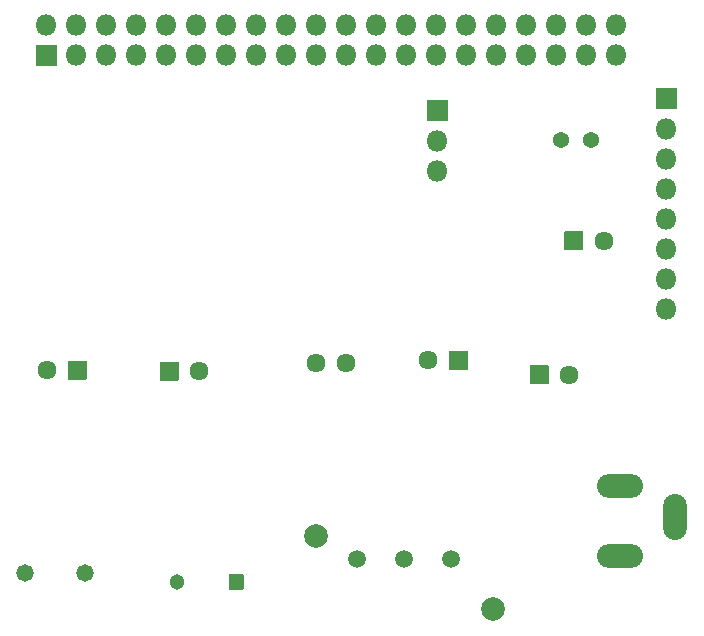
<source format=gbs>
G04 #@! TF.GenerationSoftware,KiCad,Pcbnew,(5.1.10-1-10_14)*
G04 #@! TF.CreationDate,2021-11-25T21:30:16-05:00*
G04 #@! TF.ProjectId,tool_circuit,746f6f6c-5f63-4697-9263-7569742e6b69,1.0*
G04 #@! TF.SameCoordinates,Original*
G04 #@! TF.FileFunction,Soldermask,Bot*
G04 #@! TF.FilePolarity,Negative*
%FSLAX46Y46*%
G04 Gerber Fmt 4.6, Leading zero omitted, Abs format (unit mm)*
G04 Created by KiCad (PCBNEW (5.1.10-1-10_14)) date 2021-11-25 21:30:16*
%MOMM*%
%LPD*%
G01*
G04 APERTURE LIST*
%ADD10C,1.301600*%
%ADD11C,1.609600*%
%ADD12C,2.006600*%
%ADD13C,1.498600*%
%ADD14O,1.801600X1.801600*%
%ADD15O,2.001600X3.901600*%
%ADD16O,3.901600X2.001600*%
%ADD17C,1.473200*%
%ADD18C,1.371600*%
G04 APERTURE END LIST*
D10*
X119344800Y-97590600D03*
G36*
G01*
X124995600Y-96990600D02*
X124995600Y-98190600D01*
G75*
G02*
X124944800Y-98241400I-50800J0D01*
G01*
X123744800Y-98241400D01*
G75*
G02*
X123694000Y-98190600I0J50800D01*
G01*
X123694000Y-96990600D01*
G75*
G02*
X123744800Y-96939800I50800J0D01*
G01*
X124944800Y-96939800D01*
G75*
G02*
X124995600Y-96990600I0J-50800D01*
G01*
G37*
G36*
G01*
X152129600Y-69464800D02*
X152129600Y-67956800D01*
G75*
G02*
X152180400Y-67906000I50800J0D01*
G01*
X153688400Y-67906000D01*
G75*
G02*
X153739200Y-67956800I0J-50800D01*
G01*
X153739200Y-69464800D01*
G75*
G02*
X153688400Y-69515600I-50800J0D01*
G01*
X152180400Y-69515600D01*
G75*
G02*
X152129600Y-69464800I0J50800D01*
G01*
G37*
D11*
X155474400Y-68710800D03*
G36*
G01*
X111676800Y-78904200D02*
X111676800Y-80412200D01*
G75*
G02*
X111626000Y-80463000I-50800J0D01*
G01*
X110118000Y-80463000D01*
G75*
G02*
X110067200Y-80412200I0J50800D01*
G01*
X110067200Y-78904200D01*
G75*
G02*
X110118000Y-78853400I50800J0D01*
G01*
X111626000Y-78853400D01*
G75*
G02*
X111676800Y-78904200I0J-50800D01*
G01*
G37*
X108332000Y-79658200D03*
D12*
X146076400Y-99876600D03*
X131090400Y-93679000D03*
D13*
X142571200Y-95685600D03*
X138583400Y-95685600D03*
X134595600Y-95685600D03*
G36*
G01*
X149208600Y-80818600D02*
X149208600Y-79310600D01*
G75*
G02*
X149259400Y-79259800I50800J0D01*
G01*
X150767400Y-79259800D01*
G75*
G02*
X150818200Y-79310600I0J-50800D01*
G01*
X150818200Y-80818600D01*
G75*
G02*
X150767400Y-80869400I-50800J0D01*
G01*
X149259400Y-80869400D01*
G75*
G02*
X149208600Y-80818600I0J50800D01*
G01*
G37*
D11*
X152553400Y-80064600D03*
G36*
G01*
X143960200Y-78066000D02*
X143960200Y-79574000D01*
G75*
G02*
X143909400Y-79624800I-50800J0D01*
G01*
X142401400Y-79624800D01*
G75*
G02*
X142350600Y-79574000I0J50800D01*
G01*
X142350600Y-78066000D01*
G75*
G02*
X142401400Y-78015200I50800J0D01*
G01*
X143909400Y-78015200D01*
G75*
G02*
X143960200Y-78066000I0J-50800D01*
G01*
G37*
X140615400Y-78820000D03*
X133605000Y-79048600D03*
X131065000Y-79048600D03*
G36*
G01*
X140476600Y-58537200D02*
X140476600Y-56837200D01*
G75*
G02*
X140527400Y-56786400I50800J0D01*
G01*
X142227400Y-56786400D01*
G75*
G02*
X142278200Y-56837200I0J-50800D01*
G01*
X142278200Y-58537200D01*
G75*
G02*
X142227400Y-58588000I-50800J0D01*
G01*
X140527400Y-58588000D01*
G75*
G02*
X140476600Y-58537200I0J50800D01*
G01*
G37*
D14*
X141377400Y-60227200D03*
X141377400Y-62767200D03*
G36*
G01*
X159856800Y-57521200D02*
X159856800Y-55821200D01*
G75*
G02*
X159907600Y-55770400I50800J0D01*
G01*
X161607600Y-55770400D01*
G75*
G02*
X161658400Y-55821200I0J-50800D01*
G01*
X161658400Y-57521200D01*
G75*
G02*
X161607600Y-57572000I-50800J0D01*
G01*
X159907600Y-57572000D01*
G75*
G02*
X159856800Y-57521200I0J50800D01*
G01*
G37*
X160757600Y-59211200D03*
X160757600Y-61751200D03*
X160757600Y-64291200D03*
X160757600Y-66831200D03*
X160757600Y-69371200D03*
X160757600Y-71911200D03*
X160757600Y-74451200D03*
D15*
X161496000Y-92105400D03*
D16*
X156846000Y-95355400D03*
X156846000Y-89425400D03*
G36*
G01*
X117865000Y-80513800D02*
X117865000Y-79005800D01*
G75*
G02*
X117915800Y-78955000I50800J0D01*
G01*
X119423800Y-78955000D01*
G75*
G02*
X119474600Y-79005800I0J-50800D01*
G01*
X119474600Y-80513800D01*
G75*
G02*
X119423800Y-80564600I-50800J0D01*
G01*
X117915800Y-80564600D01*
G75*
G02*
X117865000Y-80513800I0J50800D01*
G01*
G37*
D11*
X121209800Y-79759800D03*
D14*
X156515800Y-50473600D03*
X156515800Y-53013600D03*
X153975800Y-50473600D03*
X153975800Y-53013600D03*
X151435800Y-50473600D03*
X151435800Y-53013600D03*
X148895800Y-50473600D03*
X148895800Y-53013600D03*
X146355800Y-50473600D03*
X146355800Y-53013600D03*
X143815800Y-50473600D03*
X143815800Y-53013600D03*
X141275800Y-50473600D03*
X141275800Y-53013600D03*
X138735800Y-50473600D03*
X138735800Y-53013600D03*
X136195800Y-50473600D03*
X136195800Y-53013600D03*
X133655800Y-50473600D03*
X133655800Y-53013600D03*
X131115800Y-50473600D03*
X131115800Y-53013600D03*
X128575800Y-50473600D03*
X128575800Y-53013600D03*
X126035800Y-50473600D03*
X126035800Y-53013600D03*
X123495800Y-50473600D03*
X123495800Y-53013600D03*
X120955800Y-50473600D03*
X120955800Y-53013600D03*
X118415800Y-50473600D03*
X118415800Y-53013600D03*
X115875800Y-50473600D03*
X115875800Y-53013600D03*
X113335800Y-50473600D03*
X113335800Y-53013600D03*
X110795800Y-50473600D03*
X110795800Y-53013600D03*
X108255800Y-50473600D03*
G36*
G01*
X107405800Y-52112800D02*
X109105800Y-52112800D01*
G75*
G02*
X109156600Y-52163600I0J-50800D01*
G01*
X109156600Y-53863600D01*
G75*
G02*
X109105800Y-53914400I-50800J0D01*
G01*
X107405800Y-53914400D01*
G75*
G02*
X107355000Y-53863600I0J50800D01*
G01*
X107355000Y-52163600D01*
G75*
G02*
X107405800Y-52112800I50800J0D01*
G01*
G37*
D17*
X106503200Y-96803200D03*
X111503200Y-96803200D03*
D18*
X151867600Y-60201800D03*
X154407600Y-60201800D03*
M02*

</source>
